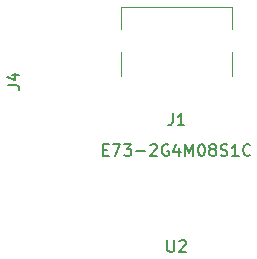
<source format=gbr>
%TF.GenerationSoftware,KiCad,Pcbnew,(5.1.8-0-10_14)*%
%TF.CreationDate,2020-11-21T07:35:44-07:00*%
%TF.ProjectId,Ellow,456c6c6f-772e-46b6-9963-61645f706362,rev?*%
%TF.SameCoordinates,Original*%
%TF.FileFunction,Legend,Top*%
%TF.FilePolarity,Positive*%
%FSLAX46Y46*%
G04 Gerber Fmt 4.6, Leading zero omitted, Abs format (unit mm)*
G04 Created by KiCad (PCBNEW (5.1.8-0-10_14)) date 2020-11-21 07:35:44*
%MOMM*%
%LPD*%
G01*
G04 APERTURE LIST*
%ADD10C,0.120000*%
%ADD11C,0.150000*%
G04 APERTURE END LIST*
D10*
%TO.C,J1*%
X242190000Y-90710000D02*
X242190000Y-88810000D01*
X242190000Y-94610000D02*
X242190000Y-92610000D01*
X232790000Y-90710000D02*
X232790000Y-88810000D01*
X232790000Y-94610000D02*
X232790000Y-92610000D01*
X242190000Y-88810000D02*
X232790000Y-88810000D01*
%TO.C,J4*%
D11*
X223192380Y-95428333D02*
X223906666Y-95428333D01*
X224049523Y-95475952D01*
X224144761Y-95571190D01*
X224192380Y-95714047D01*
X224192380Y-95809285D01*
X223525714Y-94523571D02*
X224192380Y-94523571D01*
X223144761Y-94761666D02*
X223859047Y-94999761D01*
X223859047Y-94380714D01*
%TO.C,U2*%
X236727628Y-108545605D02*
X236727628Y-109355129D01*
X236775247Y-109450367D01*
X236822866Y-109497986D01*
X236918104Y-109545605D01*
X237108580Y-109545605D01*
X237203818Y-109497986D01*
X237251437Y-109450367D01*
X237299056Y-109355129D01*
X237299056Y-108545605D01*
X237727628Y-108640844D02*
X237775247Y-108593225D01*
X237870485Y-108545605D01*
X238108580Y-108545605D01*
X238203818Y-108593225D01*
X238251437Y-108640844D01*
X238299056Y-108736082D01*
X238299056Y-108831320D01*
X238251437Y-108974177D01*
X237680009Y-109545605D01*
X238299056Y-109545605D01*
X231275714Y-100893571D02*
X231609047Y-100893571D01*
X231751904Y-101417380D02*
X231275714Y-101417380D01*
X231275714Y-100417380D01*
X231751904Y-100417380D01*
X232085238Y-100417380D02*
X232751904Y-100417380D01*
X232323333Y-101417380D01*
X233037619Y-100417380D02*
X233656666Y-100417380D01*
X233323333Y-100798333D01*
X233466190Y-100798333D01*
X233561428Y-100845952D01*
X233609047Y-100893571D01*
X233656666Y-100988809D01*
X233656666Y-101226904D01*
X233609047Y-101322142D01*
X233561428Y-101369761D01*
X233466190Y-101417380D01*
X233180476Y-101417380D01*
X233085238Y-101369761D01*
X233037619Y-101322142D01*
X234085238Y-101036428D02*
X234847142Y-101036428D01*
X235275714Y-100512619D02*
X235323333Y-100465000D01*
X235418571Y-100417380D01*
X235656666Y-100417380D01*
X235751904Y-100465000D01*
X235799523Y-100512619D01*
X235847142Y-100607857D01*
X235847142Y-100703095D01*
X235799523Y-100845952D01*
X235228095Y-101417380D01*
X235847142Y-101417380D01*
X236799523Y-100465000D02*
X236704285Y-100417380D01*
X236561428Y-100417380D01*
X236418571Y-100465000D01*
X236323333Y-100560238D01*
X236275714Y-100655476D01*
X236228095Y-100845952D01*
X236228095Y-100988809D01*
X236275714Y-101179285D01*
X236323333Y-101274523D01*
X236418571Y-101369761D01*
X236561428Y-101417380D01*
X236656666Y-101417380D01*
X236799523Y-101369761D01*
X236847142Y-101322142D01*
X236847142Y-100988809D01*
X236656666Y-100988809D01*
X237704285Y-100750714D02*
X237704285Y-101417380D01*
X237466190Y-100369761D02*
X237228095Y-101084047D01*
X237847142Y-101084047D01*
X238228095Y-101417380D02*
X238228095Y-100417380D01*
X238561428Y-101131666D01*
X238894761Y-100417380D01*
X238894761Y-101417380D01*
X239561428Y-100417380D02*
X239656666Y-100417380D01*
X239751904Y-100465000D01*
X239799523Y-100512619D01*
X239847142Y-100607857D01*
X239894761Y-100798333D01*
X239894761Y-101036428D01*
X239847142Y-101226904D01*
X239799523Y-101322142D01*
X239751904Y-101369761D01*
X239656666Y-101417380D01*
X239561428Y-101417380D01*
X239466190Y-101369761D01*
X239418571Y-101322142D01*
X239370952Y-101226904D01*
X239323333Y-101036428D01*
X239323333Y-100798333D01*
X239370952Y-100607857D01*
X239418571Y-100512619D01*
X239466190Y-100465000D01*
X239561428Y-100417380D01*
X240466190Y-100845952D02*
X240370952Y-100798333D01*
X240323333Y-100750714D01*
X240275714Y-100655476D01*
X240275714Y-100607857D01*
X240323333Y-100512619D01*
X240370952Y-100465000D01*
X240466190Y-100417380D01*
X240656666Y-100417380D01*
X240751904Y-100465000D01*
X240799523Y-100512619D01*
X240847142Y-100607857D01*
X240847142Y-100655476D01*
X240799523Y-100750714D01*
X240751904Y-100798333D01*
X240656666Y-100845952D01*
X240466190Y-100845952D01*
X240370952Y-100893571D01*
X240323333Y-100941190D01*
X240275714Y-101036428D01*
X240275714Y-101226904D01*
X240323333Y-101322142D01*
X240370952Y-101369761D01*
X240466190Y-101417380D01*
X240656666Y-101417380D01*
X240751904Y-101369761D01*
X240799523Y-101322142D01*
X240847142Y-101226904D01*
X240847142Y-101036428D01*
X240799523Y-100941190D01*
X240751904Y-100893571D01*
X240656666Y-100845952D01*
X241228095Y-101369761D02*
X241370952Y-101417380D01*
X241609047Y-101417380D01*
X241704285Y-101369761D01*
X241751904Y-101322142D01*
X241799523Y-101226904D01*
X241799523Y-101131666D01*
X241751904Y-101036428D01*
X241704285Y-100988809D01*
X241609047Y-100941190D01*
X241418571Y-100893571D01*
X241323333Y-100845952D01*
X241275714Y-100798333D01*
X241228095Y-100703095D01*
X241228095Y-100607857D01*
X241275714Y-100512619D01*
X241323333Y-100465000D01*
X241418571Y-100417380D01*
X241656666Y-100417380D01*
X241799523Y-100465000D01*
X242751904Y-101417380D02*
X242180476Y-101417380D01*
X242466190Y-101417380D02*
X242466190Y-100417380D01*
X242370952Y-100560238D01*
X242275714Y-100655476D01*
X242180476Y-100703095D01*
X243751904Y-101322142D02*
X243704285Y-101369761D01*
X243561428Y-101417380D01*
X243466190Y-101417380D01*
X243323333Y-101369761D01*
X243228095Y-101274523D01*
X243180476Y-101179285D01*
X243132857Y-100988809D01*
X243132857Y-100845952D01*
X243180476Y-100655476D01*
X243228095Y-100560238D01*
X243323333Y-100465000D01*
X243466190Y-100417380D01*
X243561428Y-100417380D01*
X243704285Y-100465000D01*
X243751904Y-100512619D01*
%TO.C,J1*%
X237156666Y-97807380D02*
X237156666Y-98521666D01*
X237109047Y-98664523D01*
X237013809Y-98759761D01*
X236870952Y-98807380D01*
X236775714Y-98807380D01*
X238156666Y-98807380D02*
X237585238Y-98807380D01*
X237870952Y-98807380D02*
X237870952Y-97807380D01*
X237775714Y-97950238D01*
X237680476Y-98045476D01*
X237585238Y-98093095D01*
%TD*%
M02*

</source>
